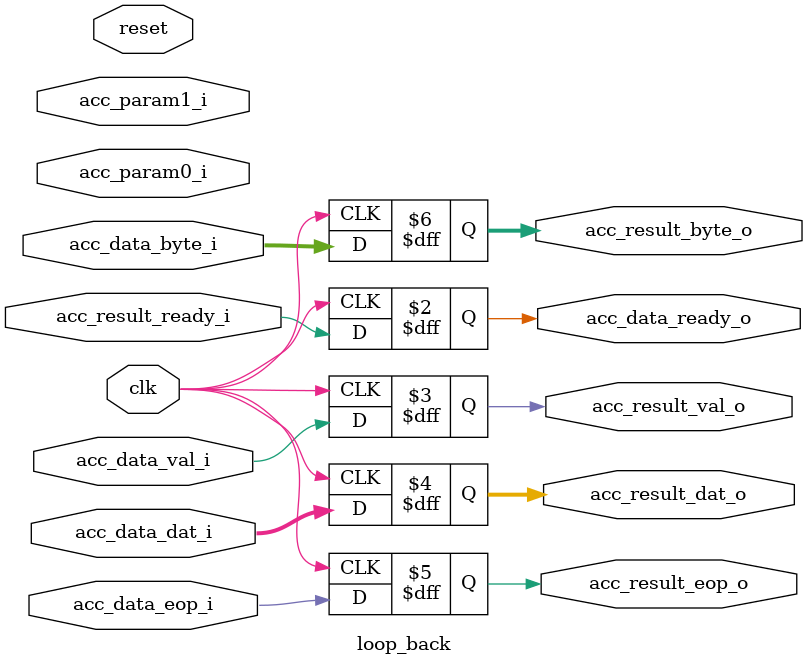
<source format=v>

module loop_back
(
	clk,
	reset,
	acc_param0_i,				// 32 bit user defined parameter
	acc_param1_i,				// 32 bit user defined parameter

	acc_data_ready_o,			// ready to received data, 2 cycle tolerance for val_i
	acc_data_val_i,				// current cycle is valid
	acc_data_dat_i,				// data from DMA source buffer
	acc_data_eop_i,				// last cycle of the DMA downstrem
	acc_data_byte_i,			// how many byte available in current cycle

	acc_result_ready_i,			// ready to received data, 2 cycle tolerance for val_o
	acc_result_val_o,			// current cycle is valid
	acc_result_dat_o,			// data to DMA result buffer
	acc_result_eop_o,			// last cycle of DMA upstream
	acc_result_byte_o			// how many byte available in current cycle
);

parameter	bus_width = 512;

input					clk;
input					reset;
input	[31:0]			acc_param0_i;
input	[31:0]			acc_param1_i;

output					acc_data_ready_o;
input					acc_data_val_i;
input	[bus_width-1:0]	acc_data_dat_i;
input					acc_data_eop_i;
input	[0:6]			acc_data_byte_i;

input					acc_result_ready_i;
output					acc_result_val_o;
output	[bus_width-1:0]	acc_result_dat_o;
output					acc_result_eop_o;
output	[0:6]			acc_result_byte_o;


reg						acc_data_ready_o;
reg						acc_result_val_o;
reg		[bus_width-1:0]	acc_result_dat_o;
reg						acc_result_eop_o;
reg		[0:6]			acc_result_byte_o;


always	@ (posedge clk)
begin
	acc_data_ready_o	<= acc_result_ready_i;
	acc_result_val_o	<= acc_data_val_i;
	acc_result_dat_o	<= acc_data_dat_i;
	acc_result_eop_o	<= acc_data_eop_i;
	acc_result_byte_o	<= acc_data_byte_i;
end

endmodule

</source>
